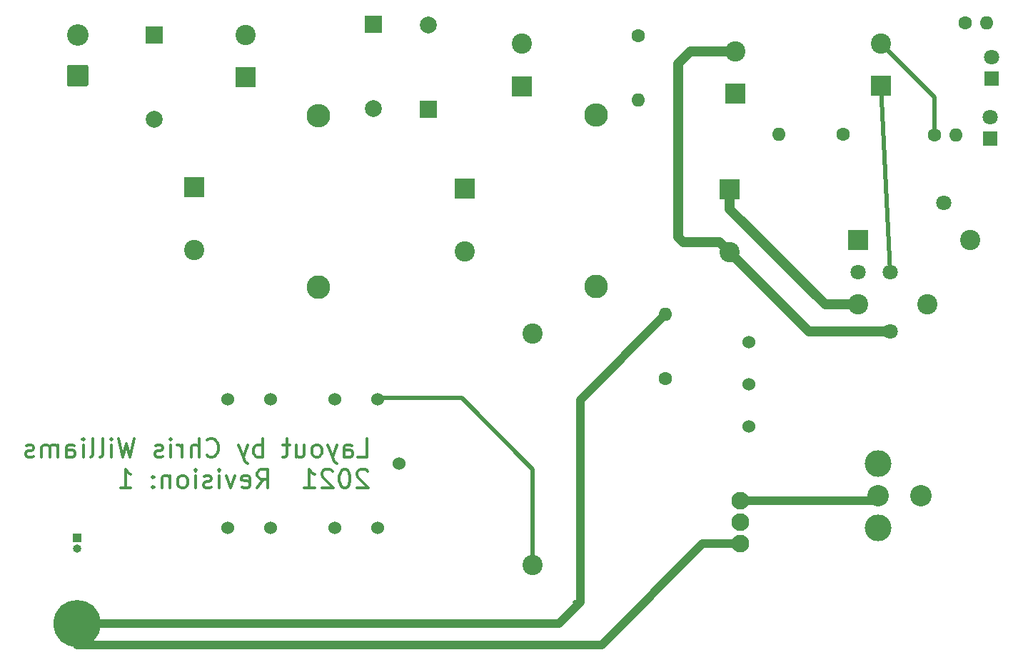
<source format=gbr>
G04 #@! TF.GenerationSoftware,KiCad,Pcbnew,(5.1.5)-3*
G04 #@! TF.CreationDate,2021-07-13T11:34:20-04:00*
G04 #@! TF.ProjectId,royerPSU,726f7965-7250-4535-952e-6b696361645f,rev?*
G04 #@! TF.SameCoordinates,Original*
G04 #@! TF.FileFunction,Copper,L2,Bot*
G04 #@! TF.FilePolarity,Positive*
%FSLAX46Y46*%
G04 Gerber Fmt 4.6, Leading zero omitted, Abs format (unit mm)*
G04 Created by KiCad (PCBNEW (5.1.5)-3) date 2021-07-13 11:34:20*
%MOMM*%
%LPD*%
G04 APERTURE LIST*
%ADD10C,0.350000*%
%ADD11O,1.600000X1.600000*%
%ADD12C,1.600000*%
%ADD13O,1.000000X1.000000*%
%ADD14R,1.000000X1.000000*%
%ADD15C,2.550000*%
%ADD16C,0.100000*%
%ADD17C,5.600000*%
%ADD18C,3.600000*%
%ADD19C,2.540000*%
%ADD20C,3.175000*%
%ADD21C,2.400000*%
%ADD22C,1.800000*%
%ADD23R,2.400000X2.400000*%
%ADD24C,1.524000*%
%ADD25R,2.000000X2.000000*%
%ADD26C,2.000000*%
%ADD27C,2.800000*%
%ADD28O,2.800000X2.800000*%
%ADD29C,2.100000*%
%ADD30R,1.800000X1.800000*%
%ADD31C,0.500000*%
%ADD32C,1.000000*%
%ADD33C,1.200000*%
G04 APERTURE END LIST*
D10*
X105719271Y-114892638D02*
X106766890Y-114892638D01*
X106766890Y-112692638D01*
X104043080Y-114892638D02*
X104043080Y-113740257D01*
X104147842Y-113530733D01*
X104357366Y-113425971D01*
X104776414Y-113425971D01*
X104985938Y-113530733D01*
X104043080Y-114787876D02*
X104252604Y-114892638D01*
X104776414Y-114892638D01*
X104985938Y-114787876D01*
X105090700Y-114578352D01*
X105090700Y-114368828D01*
X104985938Y-114159304D01*
X104776414Y-114054542D01*
X104252604Y-114054542D01*
X104043080Y-113949780D01*
X103204985Y-113425971D02*
X102681176Y-114892638D01*
X102157366Y-113425971D02*
X102681176Y-114892638D01*
X102890700Y-115416447D01*
X102995461Y-115521209D01*
X103204985Y-115625971D01*
X101004985Y-114892638D02*
X101214509Y-114787876D01*
X101319271Y-114683114D01*
X101424033Y-114473590D01*
X101424033Y-113845019D01*
X101319271Y-113635495D01*
X101214509Y-113530733D01*
X101004985Y-113425971D01*
X100690700Y-113425971D01*
X100481176Y-113530733D01*
X100376414Y-113635495D01*
X100271652Y-113845019D01*
X100271652Y-114473590D01*
X100376414Y-114683114D01*
X100481176Y-114787876D01*
X100690700Y-114892638D01*
X101004985Y-114892638D01*
X98385938Y-113425971D02*
X98385938Y-114892638D01*
X99328795Y-113425971D02*
X99328795Y-114578352D01*
X99224033Y-114787876D01*
X99014509Y-114892638D01*
X98700223Y-114892638D01*
X98490700Y-114787876D01*
X98385938Y-114683114D01*
X97652604Y-113425971D02*
X96814509Y-113425971D01*
X97338319Y-112692638D02*
X97338319Y-114578352D01*
X97233557Y-114787876D01*
X97024033Y-114892638D01*
X96814509Y-114892638D01*
X94404985Y-114892638D02*
X94404985Y-112692638D01*
X94404985Y-113530733D02*
X94195461Y-113425971D01*
X93776414Y-113425971D01*
X93566890Y-113530733D01*
X93462128Y-113635495D01*
X93357366Y-113845019D01*
X93357366Y-114473590D01*
X93462128Y-114683114D01*
X93566890Y-114787876D01*
X93776414Y-114892638D01*
X94195461Y-114892638D01*
X94404985Y-114787876D01*
X92624033Y-113425971D02*
X92100223Y-114892638D01*
X91576414Y-113425971D02*
X92100223Y-114892638D01*
X92309747Y-115416447D01*
X92414509Y-115521209D01*
X92624033Y-115625971D01*
X87804985Y-114683114D02*
X87909747Y-114787876D01*
X88224033Y-114892638D01*
X88433557Y-114892638D01*
X88747842Y-114787876D01*
X88957366Y-114578352D01*
X89062128Y-114368828D01*
X89166890Y-113949780D01*
X89166890Y-113635495D01*
X89062128Y-113216447D01*
X88957366Y-113006923D01*
X88747842Y-112797400D01*
X88433557Y-112692638D01*
X88224033Y-112692638D01*
X87909747Y-112797400D01*
X87804985Y-112902161D01*
X86862128Y-114892638D02*
X86862128Y-112692638D01*
X85919271Y-114892638D02*
X85919271Y-113740257D01*
X86024033Y-113530733D01*
X86233557Y-113425971D01*
X86547842Y-113425971D01*
X86757366Y-113530733D01*
X86862128Y-113635495D01*
X84871652Y-114892638D02*
X84871652Y-113425971D01*
X84871652Y-113845019D02*
X84766890Y-113635495D01*
X84662128Y-113530733D01*
X84452604Y-113425971D01*
X84243080Y-113425971D01*
X83509747Y-114892638D02*
X83509747Y-113425971D01*
X83509747Y-112692638D02*
X83614509Y-112797400D01*
X83509747Y-112902161D01*
X83404985Y-112797400D01*
X83509747Y-112692638D01*
X83509747Y-112902161D01*
X82566890Y-114787876D02*
X82357366Y-114892638D01*
X81938319Y-114892638D01*
X81728795Y-114787876D01*
X81624033Y-114578352D01*
X81624033Y-114473590D01*
X81728795Y-114264066D01*
X81938319Y-114159304D01*
X82252604Y-114159304D01*
X82462128Y-114054542D01*
X82566890Y-113845019D01*
X82566890Y-113740257D01*
X82462128Y-113530733D01*
X82252604Y-113425971D01*
X81938319Y-113425971D01*
X81728795Y-113530733D01*
X79214509Y-112692638D02*
X78690699Y-114892638D01*
X78271652Y-113321209D01*
X77852604Y-114892638D01*
X77328795Y-112692638D01*
X76490699Y-114892638D02*
X76490699Y-113425971D01*
X76490699Y-112692638D02*
X76595461Y-112797400D01*
X76490699Y-112902161D01*
X76385938Y-112797400D01*
X76490699Y-112692638D01*
X76490699Y-112902161D01*
X75128795Y-114892638D02*
X75338319Y-114787876D01*
X75443080Y-114578352D01*
X75443080Y-112692638D01*
X73976414Y-114892638D02*
X74185938Y-114787876D01*
X74290699Y-114578352D01*
X74290699Y-112692638D01*
X73138319Y-114892638D02*
X73138319Y-113425971D01*
X73138319Y-112692638D02*
X73243080Y-112797400D01*
X73138319Y-112902161D01*
X73033557Y-112797400D01*
X73138319Y-112692638D01*
X73138319Y-112902161D01*
X71147842Y-114892638D02*
X71147842Y-113740257D01*
X71252604Y-113530733D01*
X71462128Y-113425971D01*
X71881176Y-113425971D01*
X72090699Y-113530733D01*
X71147842Y-114787876D02*
X71357366Y-114892638D01*
X71881176Y-114892638D01*
X72090699Y-114787876D01*
X72195461Y-114578352D01*
X72195461Y-114368828D01*
X72090699Y-114159304D01*
X71881176Y-114054542D01*
X71357366Y-114054542D01*
X71147842Y-113949780D01*
X70100223Y-114892638D02*
X70100223Y-113425971D01*
X70100223Y-113635495D02*
X69995461Y-113530733D01*
X69785938Y-113425971D01*
X69471652Y-113425971D01*
X69262128Y-113530733D01*
X69157366Y-113740257D01*
X69157366Y-114892638D01*
X69157366Y-113740257D02*
X69052604Y-113530733D01*
X68843080Y-113425971D01*
X68528795Y-113425971D01*
X68319271Y-113530733D01*
X68214509Y-113740257D01*
X68214509Y-114892638D01*
X67271652Y-114787876D02*
X67062128Y-114892638D01*
X66643080Y-114892638D01*
X66433557Y-114787876D01*
X66328795Y-114578352D01*
X66328795Y-114473590D01*
X66433557Y-114264066D01*
X66643080Y-114159304D01*
X66957366Y-114159304D01*
X67166890Y-114054542D01*
X67271652Y-113845019D01*
X67271652Y-113740257D01*
X67166890Y-113530733D01*
X66957366Y-113425971D01*
X66643080Y-113425971D01*
X66433557Y-113530733D01*
X106871652Y-116552161D02*
X106766890Y-116447400D01*
X106557366Y-116342638D01*
X106033557Y-116342638D01*
X105824033Y-116447400D01*
X105719271Y-116552161D01*
X105614509Y-116761685D01*
X105614509Y-116971209D01*
X105719271Y-117285495D01*
X106976414Y-118542638D01*
X105614509Y-118542638D01*
X104252604Y-116342638D02*
X104043080Y-116342638D01*
X103833557Y-116447400D01*
X103728795Y-116552161D01*
X103624033Y-116761685D01*
X103519271Y-117180733D01*
X103519271Y-117704542D01*
X103624033Y-118123590D01*
X103728795Y-118333114D01*
X103833557Y-118437876D01*
X104043080Y-118542638D01*
X104252604Y-118542638D01*
X104462128Y-118437876D01*
X104566890Y-118333114D01*
X104671652Y-118123590D01*
X104776414Y-117704542D01*
X104776414Y-117180733D01*
X104671652Y-116761685D01*
X104566890Y-116552161D01*
X104462128Y-116447400D01*
X104252604Y-116342638D01*
X102681176Y-116552161D02*
X102576414Y-116447400D01*
X102366890Y-116342638D01*
X101843080Y-116342638D01*
X101633557Y-116447400D01*
X101528795Y-116552161D01*
X101424033Y-116761685D01*
X101424033Y-116971209D01*
X101528795Y-117285495D01*
X102785938Y-118542638D01*
X101424033Y-118542638D01*
X99328795Y-118542638D02*
X100585938Y-118542638D01*
X99957366Y-118542638D02*
X99957366Y-116342638D01*
X100166890Y-116656923D01*
X100376414Y-116866447D01*
X100585938Y-116971209D01*
X93776414Y-118542638D02*
X94509747Y-117495019D01*
X95033557Y-118542638D02*
X95033557Y-116342638D01*
X94195461Y-116342638D01*
X93985938Y-116447400D01*
X93881176Y-116552161D01*
X93776414Y-116761685D01*
X93776414Y-117075971D01*
X93881176Y-117285495D01*
X93985938Y-117390257D01*
X94195461Y-117495019D01*
X95033557Y-117495019D01*
X91995461Y-118437876D02*
X92204985Y-118542638D01*
X92624033Y-118542638D01*
X92833557Y-118437876D01*
X92938319Y-118228352D01*
X92938319Y-117390257D01*
X92833557Y-117180733D01*
X92624033Y-117075971D01*
X92204985Y-117075971D01*
X91995461Y-117180733D01*
X91890700Y-117390257D01*
X91890700Y-117599780D01*
X92938319Y-117809304D01*
X91157366Y-117075971D02*
X90633557Y-118542638D01*
X90109747Y-117075971D01*
X89271652Y-118542638D02*
X89271652Y-117075971D01*
X89271652Y-116342638D02*
X89376414Y-116447400D01*
X89271652Y-116552161D01*
X89166890Y-116447400D01*
X89271652Y-116342638D01*
X89271652Y-116552161D01*
X88328795Y-118437876D02*
X88119271Y-118542638D01*
X87700223Y-118542638D01*
X87490700Y-118437876D01*
X87385938Y-118228352D01*
X87385938Y-118123590D01*
X87490700Y-117914066D01*
X87700223Y-117809304D01*
X88014509Y-117809304D01*
X88224033Y-117704542D01*
X88328795Y-117495019D01*
X88328795Y-117390257D01*
X88224033Y-117180733D01*
X88014509Y-117075971D01*
X87700223Y-117075971D01*
X87490700Y-117180733D01*
X86443080Y-118542638D02*
X86443080Y-117075971D01*
X86443080Y-116342638D02*
X86547842Y-116447400D01*
X86443080Y-116552161D01*
X86338319Y-116447400D01*
X86443080Y-116342638D01*
X86443080Y-116552161D01*
X85081176Y-118542638D02*
X85290700Y-118437876D01*
X85395461Y-118333114D01*
X85500223Y-118123590D01*
X85500223Y-117495019D01*
X85395461Y-117285495D01*
X85290700Y-117180733D01*
X85081176Y-117075971D01*
X84766890Y-117075971D01*
X84557366Y-117180733D01*
X84452604Y-117285495D01*
X84347842Y-117495019D01*
X84347842Y-118123590D01*
X84452604Y-118333114D01*
X84557366Y-118437876D01*
X84766890Y-118542638D01*
X85081176Y-118542638D01*
X83404985Y-117075971D02*
X83404985Y-118542638D01*
X83404985Y-117285495D02*
X83300223Y-117180733D01*
X83090700Y-117075971D01*
X82776414Y-117075971D01*
X82566890Y-117180733D01*
X82462128Y-117390257D01*
X82462128Y-118542638D01*
X81414509Y-118333114D02*
X81309747Y-118437876D01*
X81414509Y-118542638D01*
X81519271Y-118437876D01*
X81414509Y-118333114D01*
X81414509Y-118542638D01*
X81414509Y-117180733D02*
X81309747Y-117285495D01*
X81414509Y-117390257D01*
X81519271Y-117285495D01*
X81414509Y-117180733D01*
X81414509Y-117390257D01*
X77538319Y-118542638D02*
X78795461Y-118542638D01*
X78166890Y-118542638D02*
X78166890Y-116342638D01*
X78376414Y-116656923D01*
X78585938Y-116866447D01*
X78795461Y-116971209D01*
D11*
X176606200Y-76708000D03*
D12*
X174066200Y-76708000D03*
D11*
X180263800Y-63398400D03*
D12*
X177723800Y-63398400D03*
D13*
X72390000Y-125730000D03*
D14*
X72390000Y-124460000D03*
D15*
X72466200Y-64872200D03*
G04 #@! TA.AperFunction,ComponentPad*
D16*
G36*
X73515705Y-68398404D02*
G01*
X73539973Y-68402004D01*
X73563772Y-68407965D01*
X73586871Y-68416230D01*
X73609050Y-68426720D01*
X73630093Y-68439332D01*
X73649799Y-68453947D01*
X73667977Y-68470423D01*
X73684453Y-68488601D01*
X73699068Y-68508307D01*
X73711680Y-68529350D01*
X73722170Y-68551529D01*
X73730435Y-68574628D01*
X73736396Y-68598427D01*
X73739996Y-68622695D01*
X73741200Y-68647199D01*
X73741200Y-70697201D01*
X73739996Y-70721705D01*
X73736396Y-70745973D01*
X73730435Y-70769772D01*
X73722170Y-70792871D01*
X73711680Y-70815050D01*
X73699068Y-70836093D01*
X73684453Y-70855799D01*
X73667977Y-70873977D01*
X73649799Y-70890453D01*
X73630093Y-70905068D01*
X73609050Y-70917680D01*
X73586871Y-70928170D01*
X73563772Y-70936435D01*
X73539973Y-70942396D01*
X73515705Y-70945996D01*
X73491201Y-70947200D01*
X71441199Y-70947200D01*
X71416695Y-70945996D01*
X71392427Y-70942396D01*
X71368628Y-70936435D01*
X71345529Y-70928170D01*
X71323350Y-70917680D01*
X71302307Y-70905068D01*
X71282601Y-70890453D01*
X71264423Y-70873977D01*
X71247947Y-70855799D01*
X71233332Y-70836093D01*
X71220720Y-70815050D01*
X71210230Y-70792871D01*
X71201965Y-70769772D01*
X71196004Y-70745973D01*
X71192404Y-70721705D01*
X71191200Y-70697201D01*
X71191200Y-68647199D01*
X71192404Y-68622695D01*
X71196004Y-68598427D01*
X71201965Y-68574628D01*
X71210230Y-68551529D01*
X71220720Y-68529350D01*
X71233332Y-68508307D01*
X71247947Y-68488601D01*
X71264423Y-68470423D01*
X71282601Y-68453947D01*
X71302307Y-68439332D01*
X71323350Y-68426720D01*
X71345529Y-68416230D01*
X71368628Y-68407965D01*
X71392427Y-68402004D01*
X71416695Y-68398404D01*
X71441199Y-68397200D01*
X73491201Y-68397200D01*
X73515705Y-68398404D01*
G37*
G04 #@! TD.AperFunction*
D17*
X72390000Y-134620000D03*
D18*
X72390000Y-134620000D03*
D19*
X172516800Y-119507000D03*
D20*
X167436800Y-115697000D03*
D19*
X167436800Y-119507000D03*
D20*
X167436800Y-123317000D03*
D21*
X178333400Y-89179400D03*
D22*
X175163400Y-84739400D03*
D21*
X173253400Y-96799400D03*
D22*
X168808400Y-99969400D03*
D21*
X164993400Y-96799400D03*
D22*
X164993400Y-92989400D03*
X168808400Y-92989400D03*
D23*
X164993400Y-89179400D03*
D24*
X108026200Y-123240800D03*
X102946200Y-123240800D03*
X95326200Y-123240800D03*
X90246200Y-123240800D03*
X110566200Y-115620800D03*
X90246200Y-108000800D03*
X95326200Y-108000800D03*
X102946200Y-108000800D03*
X108026200Y-108000800D03*
D21*
X92354400Y-64824600D03*
D23*
X92354400Y-69824600D03*
X125145800Y-70916800D03*
D21*
X125145800Y-65916800D03*
D23*
X86258400Y-82880200D03*
D21*
X86258400Y-90380200D03*
X150495000Y-66805800D03*
D23*
X150495000Y-71805800D03*
X167767000Y-70891400D03*
D21*
X167767000Y-65891400D03*
X118414800Y-90558000D03*
D23*
X118414800Y-83058000D03*
X149809200Y-83108800D03*
D21*
X149809200Y-90608800D03*
D25*
X114096800Y-73685400D03*
D26*
X114096800Y-63685400D03*
X107569000Y-73550800D03*
D25*
X107569000Y-63550800D03*
X81584800Y-64871600D03*
D26*
X81584800Y-74871600D03*
D11*
X138988800Y-72567800D03*
D12*
X138988800Y-64947800D03*
X163245800Y-76606400D03*
D11*
X155625800Y-76606400D03*
D27*
X101041200Y-94742000D03*
D28*
X101041200Y-74422000D03*
X133934200Y-74371200D03*
D27*
X133934200Y-94691200D03*
D21*
X126466600Y-100211200D03*
X126466600Y-127711200D03*
D29*
X151104600Y-125171200D03*
X151104600Y-122631200D03*
X151104600Y-120091200D03*
D12*
X142214600Y-105613200D03*
D11*
X142214600Y-97993200D03*
D24*
X152044400Y-101277400D03*
X152044400Y-106277400D03*
X152044400Y-111277400D03*
D30*
X180721000Y-77165200D03*
D22*
X180721000Y-74625200D03*
X180848000Y-67487800D03*
D30*
X180848000Y-70027800D03*
D31*
X142214600Y-97815400D02*
X142214600Y-97993200D01*
D32*
X132080000Y-132080000D02*
X129540000Y-134620000D01*
X142214600Y-97993200D02*
X132080000Y-108127800D01*
X129540000Y-134620000D02*
X72390000Y-134620000D01*
X132080000Y-108127800D02*
X132080000Y-132080000D01*
X134620000Y-137160000D02*
X72390000Y-137160000D01*
X151104600Y-125171200D02*
X146608800Y-125171200D01*
X72390000Y-137160000D02*
X72390000Y-134620000D01*
X146608800Y-125171200D02*
X134620000Y-137160000D01*
D31*
X132080000Y-132080000D02*
X131394200Y-132080000D01*
X168808400Y-92989400D02*
X167767000Y-70891400D01*
D33*
X161099800Y-96799400D02*
X163296344Y-96799400D01*
X163296344Y-96799400D02*
X164993400Y-96799400D01*
X149809200Y-85508800D02*
X161099800Y-96799400D01*
X149809200Y-83108800D02*
X149809200Y-85508800D01*
D31*
X118033800Y-107899200D02*
X107823000Y-107899200D01*
X126466600Y-116332000D02*
X118033800Y-107899200D01*
X126466600Y-127711200D02*
X126466600Y-116332000D01*
D32*
X166852600Y-120091200D02*
X167436800Y-119507000D01*
X151104600Y-120091200D02*
X166852600Y-120091200D01*
D33*
X151009199Y-91808799D02*
X151016199Y-91808799D01*
X149809200Y-90608800D02*
X151009199Y-91808799D01*
X159176800Y-99969400D02*
X168808400Y-99969400D01*
X151016199Y-91808799D02*
X159176800Y-99969400D01*
X148609201Y-89408801D02*
X144323601Y-89408801D01*
X149809200Y-90608800D02*
X148609201Y-89408801D01*
X144323601Y-89408801D02*
X143738600Y-88823800D01*
X145157200Y-66805800D02*
X150495000Y-66805800D01*
X143738600Y-68224400D02*
X145157200Y-66805800D01*
X143738600Y-88823800D02*
X143738600Y-68224400D01*
D31*
X174066200Y-72190600D02*
X167767000Y-65891400D01*
X174066200Y-76708000D02*
X174066200Y-72190600D01*
M02*

</source>
